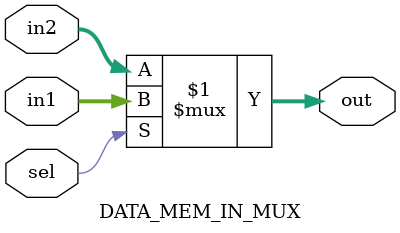
<source format=v>
`timescale 1ns / 1ps
module DATA_MEM_IN_MUX(in1,in2,out,sel);
	input [15:0] in1,in2;
	output [15:0] out;
	input sel;
	assign out= sel ? in1: in2;
endmodule

</source>
